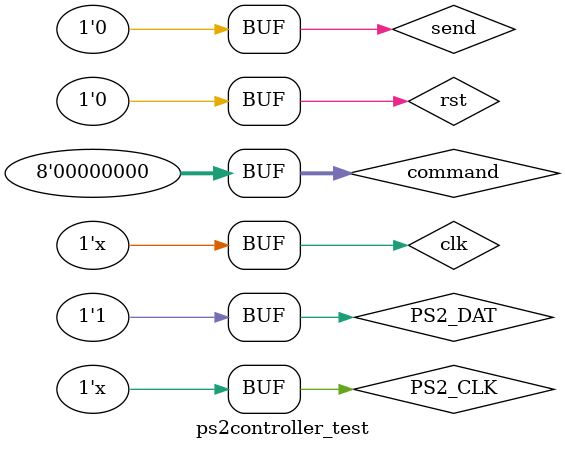
<source format=sv>
module ps2controller_test();

logic clk, rst, send, received, PS2_CLK, PS2_DAT, start_enable, count_enable, count_rst;
logic[7:0] command, received_data, data;
logic[3:0] count;

	ps2controller DUT(clk, rst, send, command, received, start_enable, count_enable, count_rst, received_data, data, PS2_CLK, PS2_DAT, count);
	
	
	initial 
	begin 
		
		clk = 0; rst = 0; PS2_CLK = 0; PS2_DAT = 1; send = 0; command = '0;
		
		#10 rst = 1;
		#30 rst = 0;
		
		#15 PS2_DAT <= 0;//Inicio
		#20 PS2_DAT <= 1;
		#20 PS2_DAT <= 0;
		#20 PS2_DAT <= 1;
		#20 PS2_DAT <= 0;
		#20 PS2_DAT <= 1;
		#20 PS2_DAT <= 0;
		#20 PS2_DAT <= 1;
		#20 PS2_DAT <= 0;
		#20 PS2_DAT <= 1;//Paridad
		#20 PS2_DAT <= 1;//Final
		
		#25 PS2_DAT <= 0;//Inicio
		#20 PS2_DAT <= 1;
		#20 PS2_DAT <= 1;
		#20 PS2_DAT <= 0;
		#20 PS2_DAT <= 0;
		#20 PS2_DAT <= 1;
		#20 PS2_DAT <= 0;
		#20 PS2_DAT <= 1;
		#20 PS2_DAT <= 1;
		#20 PS2_DAT <= 0;//Paridad
		#20 PS2_DAT <= 1;//Final
		
	
	end
	
	always #10 clk <= !clk;
	always #10 PS2_CLK <= !PS2_CLK;
endmodule
</source>
